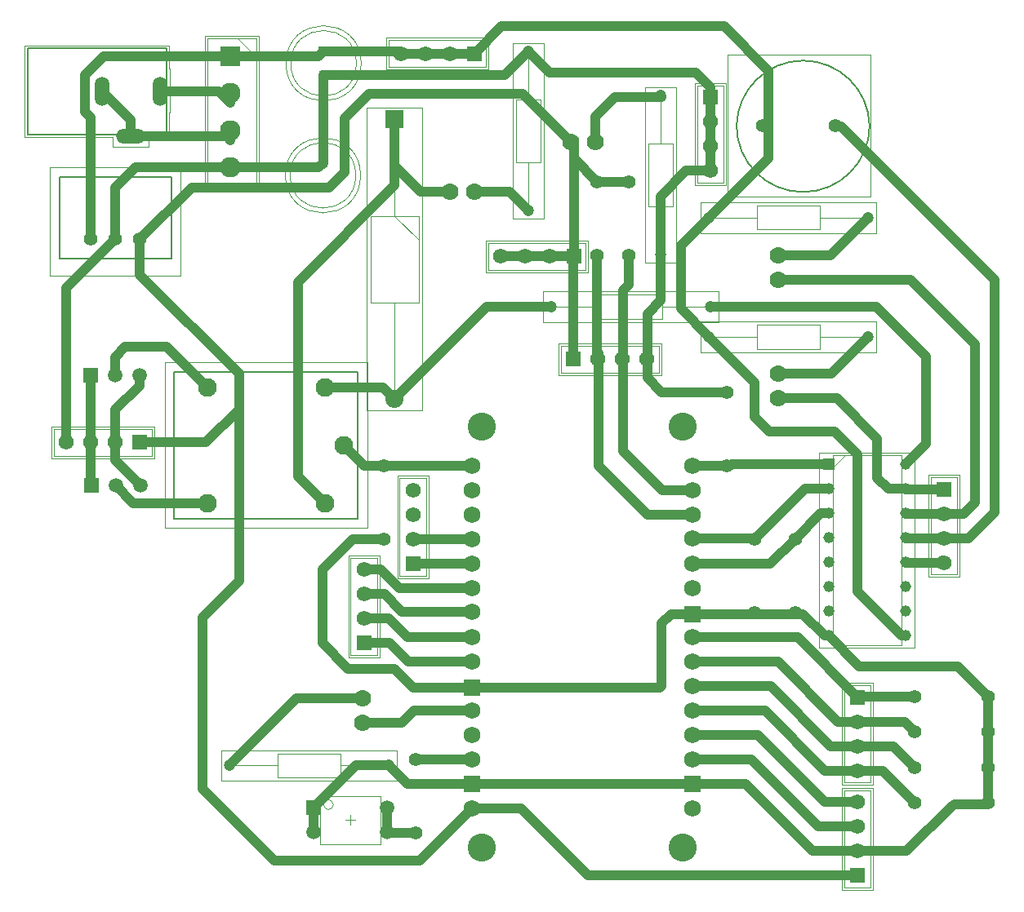
<source format=gbl>
G04*
G04 #@! TF.GenerationSoftware,Altium Limited,Altium Designer,18.0.9 (584)*
G04*
G04 Layer_Physical_Order=2*
G04 Layer_Color=16711680*
%FSLAX44Y44*%
%MOMM*%
G71*
G01*
G75*
%ADD10C,0.2000*%
%ADD11C,0.1000*%
%ADD14C,0.1270*%
%ADD15C,0.4000*%
%ADD18C,0.0001*%
%ADD19C,0.0500*%
%ADD42C,1.0000*%
%ADD43C,1.5000*%
%ADD44R,1.5000X1.5000*%
%ADD45R,1.5750X1.5750*%
%ADD46C,1.5750*%
%ADD47R,1.5750X1.5750*%
%ADD48R,1.1600X1.1600*%
%ADD49C,1.1600*%
%ADD50R,2.1300X2.1300*%
%ADD51C,2.1300*%
%ADD52C,1.8750*%
%ADD53R,1.8750X1.8750*%
%ADD54R,1.1000X1.1000*%
%ADD55C,1.1000*%
%ADD56C,1.2000*%
%ADD57C,1.4170*%
%ADD58C,1.4000*%
%ADD59C,1.9500*%
%ADD60C,1.7780*%
%ADD61O,3.0160X1.5080*%
%ADD62O,1.5080X3.0160*%
%ADD63C,2.9210*%
%ADD64C,1.7526*%
%ADD65R,1.7526X1.7526*%
%ADD66C,0.0000*%
D10*
X994720Y1150620D02*
G03*
X1132620Y1150620I68950J0D01*
G01*
D02*
G03*
X994720Y1150620I-68950J-1530D01*
G01*
X292520Y1012510D02*
Y1097510D01*
X408520D01*
Y1012510D02*
Y1097510D01*
X292520Y1012510D02*
X408520D01*
X601730Y742760D02*
Y894760D01*
X411730D02*
X601730D01*
X411730Y742760D02*
Y894760D01*
Y742760D02*
X601730D01*
D11*
X600500Y1215245D02*
G03*
X600500Y1215245I-34000J0D01*
G01*
X599875Y1098945D02*
G03*
X599875Y1098945I-34000J0D01*
G01*
X576630Y445760D02*
G03*
X576630Y445760I-5000J0D01*
G01*
X388370Y807990D02*
Y835390D01*
X287270Y807990D02*
X388370D01*
X287270D02*
Y835390D01*
X388370D01*
X1106540Y569710D02*
X1133940D01*
Y468610D02*
Y569710D01*
X1106540Y468610D02*
X1133940D01*
X1106540D02*
Y569710D01*
X813050Y894350D02*
Y921750D01*
X914150D01*
Y894350D02*
Y921750D01*
X813050Y894350D02*
X914150D01*
X594630Y600892D02*
X622030D01*
X594630D02*
Y701992D01*
X622030D01*
Y600892D02*
Y701992D01*
X735160Y1211670D02*
Y1239070D01*
X634060Y1211670D02*
X735160D01*
X634060D02*
Y1239070D01*
X735160D01*
X954040Y1192309D02*
X981440D01*
Y1091209D02*
Y1192309D01*
X954040Y1091209D02*
X981440D01*
X954040D02*
Y1192309D01*
X838255Y1001030D02*
Y1028430D01*
X737155Y1001030D02*
X838255D01*
X737155D02*
Y1028430D01*
X838255D01*
X1196184Y785680D02*
X1223584D01*
Y684580D02*
Y785680D01*
X1196184Y684580D02*
X1223584D01*
X1196184D02*
Y785680D01*
X1106440Y359660D02*
X1133840D01*
X1106440D02*
Y460760D01*
X1133840D01*
Y359660D02*
Y460760D01*
X645430Y683510D02*
X672830D01*
X645430D02*
Y784610D01*
X672830D01*
Y683510D02*
Y784610D01*
X1094420Y808380D02*
X1165520D01*
Y611480D02*
Y808380D01*
X1094420Y611480D02*
X1165520D01*
X1094420D02*
Y808380D01*
Y795680D02*
X1107120Y808380D01*
X496680Y1088645D02*
Y1241045D01*
X445880Y1088645D02*
X496680D01*
X445880D02*
Y1241045D01*
X496680D01*
X477430D02*
X496680Y1221795D01*
X640080Y866970D02*
Y966970D01*
Y1056970D02*
Y1156970D01*
Y1056970D02*
X665100Y1031950D01*
X615050Y1056970D02*
X665100D01*
X615050Y966970D02*
Y1056970D01*
Y966970D02*
X665100D01*
Y1056970D01*
X791090Y1112245D02*
Y1177245D01*
X766090Y1112245D02*
X791090D01*
X766090D02*
Y1177245D01*
X791090D01*
X778590D02*
Y1227245D01*
Y1062245D02*
Y1112245D01*
X903250Y1066734D02*
Y1131734D01*
X928250D01*
Y1066734D02*
Y1131734D01*
X903250Y1066734D02*
X928250D01*
X915750Y1016734D02*
Y1066734D01*
Y1131734D02*
Y1181734D01*
X518730Y473910D02*
X583730D01*
X518730D02*
Y498910D01*
X583730D01*
Y473910D02*
Y498910D01*
Y486410D02*
X633730D01*
X468730D02*
X518730D01*
X1016199Y943796D02*
X1081199D01*
Y918796D02*
Y943796D01*
X1016199Y918796D02*
X1081199D01*
X1016199D02*
Y943796D01*
X966199Y931296D02*
X1016199D01*
X1081199D02*
X1131199D01*
X1016199Y1067689D02*
X1081199D01*
Y1042689D02*
Y1067689D01*
X1016199Y1042689D02*
X1081199D01*
X1016199D02*
Y1067689D01*
X966199Y1055189D02*
X1016199D01*
X1081199D02*
X1131199D01*
X852640Y975160D02*
X917640D01*
Y950160D02*
Y975160D01*
X852640Y950160D02*
X917640D01*
X852640D02*
Y975160D01*
X802640Y962660D02*
X852640D01*
X917640D02*
X967640D01*
X562630Y404760D02*
X625630D01*
X562630Y454760D02*
X625630D01*
Y404760D02*
Y454760D01*
X562630Y404760D02*
Y454760D01*
X985380Y1076670D02*
X1133280D01*
Y1224570D01*
X985380D02*
X1133280D01*
X985380Y1076670D02*
Y1224570D01*
X282520Y994510D02*
Y1107510D01*
X418520D01*
Y994510D02*
Y1107510D01*
X282520Y994510D02*
X418520D01*
X611730Y732760D02*
Y904760D01*
X401730D02*
X611730D01*
X401730Y732760D02*
Y904760D01*
Y732760D02*
X611730D01*
X594130Y424760D02*
Y434760D01*
X589130Y429760D02*
X599130D01*
D14*
X259550Y1141180D02*
Y1231180D01*
X403550Y1141180D02*
Y1231180D01*
X259550D02*
X403550D01*
X259550Y1141180D02*
X403550D01*
X259550D02*
Y1231180D01*
X403550Y1141180D02*
Y1231180D01*
X259550D02*
X403550D01*
X259550Y1141180D02*
X403550D01*
X259550D02*
Y1231180D01*
X403550D01*
X385050Y1141180D02*
X403550D01*
Y1201680D02*
Y1231180D01*
X259550Y1141180D02*
X349050D01*
X403550D02*
Y1171680D01*
D15*
X414550Y1186180D02*
G03*
X414550Y1186180I-2000J0D01*
G01*
D18*
X358550Y1144180D02*
X374550D01*
X358550Y1134180D02*
Y1144180D01*
Y1134180D02*
X374550D01*
Y1144180D01*
X331550Y1178180D02*
Y1194180D01*
Y1178180D02*
X341550D01*
Y1194180D01*
X331550D02*
X341550D01*
X391550Y1178180D02*
Y1194180D01*
Y1178180D02*
X401550D01*
Y1194180D01*
X391550D02*
X401550D01*
D19*
X605500Y1215245D02*
G03*
X605500Y1215245I-39000J0D01*
G01*
X604875Y1098945D02*
G03*
X604875Y1098945I-39000J0D01*
G01*
X390870Y805490D02*
Y837890D01*
X284770Y805490D02*
X390870D01*
X284770D02*
Y837890D01*
X390870D01*
X1104040Y572210D02*
X1136440D01*
Y466110D02*
Y572210D01*
X1104040Y466110D02*
X1136440D01*
X1104040D02*
Y572210D01*
X810550Y891850D02*
Y924250D01*
X916650D01*
Y891850D02*
Y924250D01*
X810550Y891850D02*
X916650D01*
X592130Y598392D02*
X624530D01*
X592130D02*
Y704492D01*
X624530D01*
Y598392D02*
Y704492D01*
X737660Y1209170D02*
Y1241570D01*
X631560Y1209170D02*
X737660D01*
X631560D02*
Y1241570D01*
X737660D01*
X951540Y1194809D02*
X983940D01*
Y1088709D02*
Y1194809D01*
X951540Y1088709D02*
X983940D01*
X951540D02*
Y1194809D01*
X840755Y998530D02*
Y1030930D01*
X734655Y998530D02*
X840755D01*
X734655D02*
Y1030930D01*
X840755D01*
X1193684Y788180D02*
X1226084D01*
Y682080D02*
Y788180D01*
X1193684Y682080D02*
X1226084D01*
X1193684D02*
Y788180D01*
X1103940Y357160D02*
X1136340D01*
X1103940D02*
Y463260D01*
X1136340D01*
Y357160D02*
Y463260D01*
X642930Y681010D02*
X675330D01*
X642930D02*
Y787110D01*
X675330D01*
Y681010D02*
Y787110D01*
X1080370Y810880D02*
X1179570D01*
Y608980D02*
Y810880D01*
X1080370Y608980D02*
X1179570D01*
X1080370D02*
Y810880D01*
X499180Y1086145D02*
Y1243545D01*
X443380Y1086145D02*
X499180D01*
X443380D02*
Y1243545D01*
X499180D01*
X611550Y1168850D02*
X668600D01*
X611550Y855100D02*
Y1168850D01*
Y855100D02*
X668600D01*
Y1168850D01*
X794590Y1053745D02*
Y1235745D01*
X762590Y1053745D02*
X794590D01*
X762590D02*
Y1235745D01*
X794590D01*
X899750Y1008234D02*
Y1190234D01*
X931750D01*
Y1008234D02*
Y1190234D01*
X899750Y1008234D02*
X931750D01*
X460230Y470410D02*
X642230D01*
X460230D02*
Y502410D01*
X642230D01*
Y470410D02*
Y502410D01*
X957699Y947296D02*
X1139699D01*
Y915296D02*
Y947296D01*
X957699Y915296D02*
X1139699D01*
X957699D02*
Y947296D01*
Y1071189D02*
X1139699D01*
Y1039189D02*
Y1071189D01*
X957699Y1039189D02*
X1139699D01*
X957699D02*
Y1071189D01*
X794140Y978660D02*
X976140D01*
Y946660D02*
Y978660D01*
X794140Y946660D02*
X976140D01*
X794140D02*
Y978660D01*
X406050Y1209680D02*
X407050D01*
Y1163680D02*
Y1209680D01*
X406050Y1163680D02*
X407050D01*
X406050Y1138680D02*
Y1163680D01*
Y1209680D02*
Y1233680D01*
X256550D02*
X406050D01*
X256550Y1138680D02*
Y1233680D01*
Y1138680D02*
X348050D01*
Y1128180D02*
Y1138680D01*
Y1128180D02*
X385050D01*
Y1138680D01*
X406050D01*
D42*
X719720Y772160D02*
X720170Y771710D01*
X719720Y746760D02*
X720170Y746310D01*
X771340Y441510D02*
X840740Y372110D01*
X720170Y441510D02*
X771340D01*
X948770Y643440D02*
X1063440D01*
X902005Y888695D02*
Y955345D01*
X1220470Y445770D02*
X1253755D01*
X1170940Y397510D02*
X1217930Y444500D01*
X1253755Y445770D02*
X1255630Y447645D01*
X1224485Y589280D02*
X1255630Y558135D01*
X1122020Y589280D02*
X1224485D01*
X1090270Y621030D02*
X1122020Y589280D01*
X591820Y586740D02*
X640080D01*
X565150Y613410D02*
X591820Y586740D01*
X565150Y613410D02*
Y689610D01*
X596900Y721360D01*
X628650D01*
X915220Y567240D02*
X916940Y568960D01*
X720170Y567240D02*
X915220D01*
X916940Y568960D02*
Y633730D01*
X948770Y466910D02*
X1003750D01*
X720170D02*
X948770D01*
X825805Y1116725D02*
X850330Y1092200D01*
X825805Y1116725D02*
Y1130995D01*
Y1014730D02*
Y1116725D01*
X823040Y1133760D02*
X825805Y1130995D01*
X825500Y1014425D02*
X825805Y1014730D01*
X825500Y908050D02*
Y1014425D01*
X1255630Y521305D02*
Y558135D01*
Y484475D02*
Y521305D01*
Y447645D02*
Y484475D01*
X1120140Y397510D02*
X1170940D01*
X1003750Y466910D02*
X1073150Y397510D01*
X1120140D01*
X1079500Y422910D02*
X1120140D01*
Y448310D02*
X1122680D01*
X1085850D02*
X1120140D01*
X1016450Y517710D02*
X1085850Y448310D01*
X948770Y517710D02*
X1016450D01*
X840740Y372110D02*
X1120140D01*
X478790Y855980D02*
Y892810D01*
Y678180D02*
Y855980D01*
X444500Y821690D02*
X478790Y855980D01*
X375920Y821690D02*
X444500D01*
X375920Y995680D02*
X478790Y892810D01*
X375920Y995680D02*
Y1032510D01*
X440690Y640080D02*
X478790Y678180D01*
X440690Y462280D02*
Y640080D01*
Y462280D02*
X515620Y387350D01*
X666010D01*
X720170Y441510D01*
X640080Y1108710D02*
Y1156970D01*
Y1088390D02*
Y1108710D01*
X539750Y988060D02*
X640080Y1088390D01*
X539750Y786740D02*
Y988060D01*
Y786740D02*
X567730Y758760D01*
X628290Y878760D02*
X640080Y866970D01*
X567730Y878760D02*
X628290D01*
X640080Y866970D02*
X735770Y962660D01*
X802640D01*
X565875Y1086445D02*
X572095D01*
X588010Y1102360D01*
Y1158240D01*
X613410Y1183640D01*
X773160D01*
X823040Y1133760D01*
X666750Y1082040D02*
X697230D01*
X640080Y1108710D02*
X666750Y1082040D01*
X722630Y1081590D02*
X759245D01*
X936989Y960506D02*
Y1025979D01*
X966199Y1055189D01*
X1027549Y1116539D01*
Y1149350D01*
X966199Y931296D02*
X1013460Y884035D01*
X936989Y960506D02*
X966199Y931296D01*
X754090Y1202745D02*
X778590Y1227245D01*
X566500Y1202745D02*
X754090D01*
X659950Y543110D02*
X720170D01*
X719720Y695960D02*
X720170Y695510D01*
X659130Y695960D02*
X719720D01*
Y721360D02*
X720170Y720910D01*
X659130Y721360D02*
X719720D01*
X644856Y670110D02*
X720170D01*
X625424Y689542D02*
X644856Y670110D01*
X659130Y772160D02*
X659580Y771710D01*
X608330Y689542D02*
X625424D01*
X629611Y664142D02*
X647773Y645980D01*
X608330Y664142D02*
X629611D01*
X647773Y645980D02*
X720170D01*
X653230Y619310D02*
X720170D01*
X633798Y638742D02*
X653230Y619310D01*
X608330Y638742D02*
X633798D01*
X608330Y613342D02*
X634691D01*
X654123Y593910D01*
X720170D01*
X1169670Y798830D02*
X1191260Y820420D01*
Y910590D01*
X1139190Y962660D02*
X1191260Y910590D01*
X967640Y962660D02*
X1139190D01*
X1209884Y722430D02*
X1235510D01*
X1262380Y749300D01*
Y990419D01*
X1103449Y1149350D02*
X1262380Y990419D01*
X1037714Y990400D02*
X1174950D01*
X1242060Y923290D01*
Y759460D02*
Y923290D01*
X1230430Y747830D02*
X1242060Y759460D01*
X1209884Y747830D02*
X1230430D01*
X1140220Y785100D02*
Y825740D01*
X1098550Y867410D02*
X1140220Y825740D01*
X1037714Y867410D02*
X1098550D01*
X1120140Y666750D02*
Y808990D01*
X1096010Y833120D02*
X1120140Y808990D01*
X1028700Y833120D02*
X1096010D01*
X1013460Y848360D02*
X1028700Y833120D01*
X1013460Y848360D02*
Y884035D01*
X1091810Y1015800D02*
X1131199Y1055189D01*
X1037714Y1015800D02*
X1091810D01*
X1092713Y892810D02*
X1131199Y931296D01*
X1037714Y892810D02*
X1092713D01*
X1120140Y666750D02*
X1165860Y621030D01*
X1027549Y1149350D02*
Y1207651D01*
X981710Y1253490D02*
X1027549Y1207651D01*
X750830Y1253490D02*
X981710D01*
X722710Y1225370D02*
X750830Y1253490D01*
X952500Y1205230D02*
X967740Y1189990D01*
X800605Y1205230D02*
X952500D01*
X778590Y1227245D02*
X800605Y1205230D01*
X942369Y1103659D02*
X967740D01*
X915750Y1077040D02*
X942369Y1103659D01*
X915750Y1016734D02*
Y1077040D01*
X967740Y1103659D02*
Y1129059D01*
Y1154459D01*
Y1179859D01*
Y1189990D01*
X1085850Y621030D02*
X1090270D01*
X1169670Y697230D02*
X1169870Y697030D01*
X1209884D01*
X1169670Y722630D02*
X1169870Y722430D01*
X1209884D01*
X1169670Y748030D02*
X1169870Y747830D01*
X1209884D01*
X1169670Y773430D02*
X1169870Y773230D01*
X1209884D01*
X1151890Y773430D02*
X1169670D01*
X1140220Y785100D02*
X1151890Y773430D01*
X1165860Y621030D02*
X1169670D01*
X988060Y797560D02*
X989330Y798830D01*
X1090270D01*
X1013460Y721360D02*
X1065530Y773430D01*
X1090270D01*
X1055370Y721360D02*
X1082040Y748030D01*
X1090270D01*
X948770Y695510D02*
X1029520D01*
X1055370Y721360D01*
X1063440Y643440D02*
X1085850Y621030D01*
X1012640Y722180D02*
X1013460Y721360D01*
X948770Y722180D02*
X1012640D01*
X916940Y633730D02*
X926650Y643440D01*
X948770D01*
X902005Y888695D02*
X916940Y873760D01*
X984250D01*
X948770Y797110D02*
X949220Y797560D01*
X988060D01*
X749605Y1014730D02*
X775005D01*
X800405D01*
X825805D01*
X902150Y746310D02*
X948770D01*
X851205Y797255D02*
X902150Y746310D01*
X851205Y797255D02*
Y914400D01*
X917390Y771710D02*
X948770D01*
X876605Y812495D02*
X917390Y771710D01*
X876605Y812495D02*
Y914400D01*
X882650Y985520D02*
Y1016000D01*
X876605Y979475D02*
X882650Y985520D01*
X915750Y969090D02*
Y1016734D01*
X902005Y955345D02*
X915750Y969090D01*
X876605Y914400D02*
Y979475D01*
X850330Y915275D02*
X851205Y914400D01*
X850330Y915275D02*
Y1016000D01*
X565875Y1111445D02*
X566500Y1112070D01*
X561525Y1107095D02*
X565875Y1111445D01*
X868335Y1179830D02*
X916940D01*
X850330Y1092200D02*
X882650D01*
X640080Y586740D02*
X659580Y567240D01*
X720170D01*
X1207809Y699105D02*
X1209884Y697030D01*
X1207809Y775305D02*
X1209884Y773230D01*
X1010100Y492310D02*
X1079500Y422910D01*
X948770Y492310D02*
X1010100D01*
X1146015Y481060D02*
X1179430Y447645D01*
X1120240Y481060D02*
X1146015D01*
X1157445Y506460D02*
X1179430Y484475D01*
X1120240Y506460D02*
X1157445D01*
X1168875Y531860D02*
X1179430Y521305D01*
X1120240Y531860D02*
X1168875D01*
X1086120Y481060D02*
X1120240D01*
X1024070Y543110D02*
X1086120Y481060D01*
X948770Y543110D02*
X1024070D01*
X1092470Y506460D02*
X1120240D01*
X1030420Y568510D02*
X1092470Y506460D01*
X948770Y568510D02*
X1030420D01*
X1100090Y531860D02*
X1120240D01*
X1038040Y593910D02*
X1100090Y531860D01*
X948770Y593910D02*
X1038040D01*
X1058190Y619310D02*
X1120240Y557260D01*
X948770Y619310D02*
X1058190D01*
X1120240Y557260D02*
X1121115Y558135D01*
X1179430D01*
X556030Y442460D02*
X599980Y486410D01*
X633730D01*
X556030Y417060D02*
Y442460D01*
X632460Y416830D02*
Y441960D01*
Y416830D02*
X632730Y416560D01*
X632230Y417060D02*
X632460Y416830D01*
X632730Y416560D02*
X661670D01*
X633730Y486410D02*
X653230Y466910D01*
X720170D01*
X661670Y492760D02*
X662120Y492310D01*
X720170D01*
X468730Y486410D02*
X538580Y556260D01*
X607315D01*
Y530860D02*
X647700D01*
X659950Y543110D01*
X719282Y593022D02*
X720170Y593910D01*
X718012Y643822D02*
X720170Y645980D01*
X719282Y669222D02*
X720170Y670110D01*
X848440Y1133760D02*
Y1159935D01*
X868335Y1179830D01*
X325120Y1032510D02*
Y1159155D01*
X319010Y1165265D02*
X325120Y1159155D01*
X319010Y1165265D02*
Y1202930D01*
X338675Y1222595D01*
X469980D01*
X350520Y1032510D02*
Y1085850D01*
X371765Y1107095D01*
X469980D01*
X429855Y1086445D02*
X565875D01*
X375920Y1032510D02*
X429855Y1086445D01*
X671910Y1225370D02*
X673180Y1224100D01*
X469980Y1107095D02*
X561525D01*
X566500Y1112070D02*
Y1202745D01*
X759245Y1081590D02*
X778590Y1062245D01*
X697310Y1225370D02*
X722710D01*
X671910D02*
X697310D01*
X646510D02*
X671910D01*
X644135Y1227745D02*
X646510Y1225370D01*
X566500Y1227745D02*
X644135D01*
X561350Y1222595D02*
X566500Y1227745D01*
X469980Y1222595D02*
X561350D01*
X458030Y1186180D02*
X469980Y1174230D01*
X396550Y1186180D02*
X458030D01*
X466530Y1139180D02*
X469980Y1135730D01*
X366550Y1139180D02*
X466530D01*
X366550D02*
Y1156180D01*
X336550Y1186180D02*
X366550Y1156180D01*
X299720Y981710D02*
X350520Y1032510D01*
X299720Y821690D02*
Y981710D01*
X350520Y821690D02*
Y855980D01*
X375420Y880880D01*
Y891560D01*
X369375Y758760D02*
X445730D01*
X350895Y777240D02*
X369375Y758760D01*
X350520Y803015D02*
X376295Y777240D01*
X350520Y803015D02*
Y821690D01*
X324620Y819150D02*
Y891560D01*
X325120Y777615D02*
X325495Y777240D01*
X325120Y777615D02*
Y821690D01*
X350020Y891560D02*
Y910090D01*
X360680Y920750D01*
X403740D01*
X445730Y878760D01*
X587730Y818760D02*
X608930Y797560D01*
X647700D01*
X648150Y797110D01*
X720170D01*
D43*
X375420Y891560D02*
D03*
X350020D02*
D03*
X350895Y777240D02*
D03*
X376295D02*
D03*
X632230Y417060D02*
D03*
Y442460D02*
D03*
X556030Y417060D02*
D03*
D44*
X324620Y891560D02*
D03*
X325495Y777240D02*
D03*
X556030Y442460D02*
D03*
D45*
X375920Y821690D02*
D03*
X825500Y908050D02*
D03*
X722710Y1225370D02*
D03*
X825805Y1014730D02*
D03*
D46*
X350520Y821690D02*
D03*
X325120D02*
D03*
X299720D02*
D03*
X1120240Y531860D02*
D03*
Y506460D02*
D03*
Y481060D02*
D03*
X850900Y908050D02*
D03*
X876300D02*
D03*
X901700D02*
D03*
X608330Y638742D02*
D03*
Y664142D02*
D03*
Y689542D02*
D03*
X697310Y1225370D02*
D03*
X671910D02*
D03*
X646510D02*
D03*
X967740Y1154459D02*
D03*
Y1129059D02*
D03*
Y1103659D02*
D03*
X800405Y1014730D02*
D03*
X775005D02*
D03*
X749605D02*
D03*
X1209884Y747830D02*
D03*
Y722430D02*
D03*
Y697030D02*
D03*
X1120140Y397510D02*
D03*
Y422910D02*
D03*
Y448310D02*
D03*
X659130Y721360D02*
D03*
Y746760D02*
D03*
Y772160D02*
D03*
D47*
X1120240Y557260D02*
D03*
X608330Y613342D02*
D03*
X967740Y1179859D02*
D03*
X1209884Y773230D02*
D03*
X1120140Y372110D02*
D03*
X659130Y695960D02*
D03*
D48*
X1090270Y798830D02*
D03*
D49*
Y773430D02*
D03*
Y748030D02*
D03*
Y722630D02*
D03*
Y697230D02*
D03*
Y671830D02*
D03*
Y646430D02*
D03*
Y621030D02*
D03*
X1169670D02*
D03*
Y646430D02*
D03*
Y671830D02*
D03*
Y697230D02*
D03*
Y722630D02*
D03*
Y748030D02*
D03*
Y773430D02*
D03*
Y798830D02*
D03*
D50*
X469980Y1222595D02*
D03*
D51*
Y1184095D02*
D03*
Y1145595D02*
D03*
Y1107095D02*
D03*
D52*
X640080Y866970D02*
D03*
D53*
Y1156970D02*
D03*
D54*
X566500Y1227745D02*
D03*
X565875Y1086445D02*
D03*
D55*
X566500Y1202745D02*
D03*
X565875Y1111445D02*
D03*
D56*
X778590Y1227245D02*
D03*
Y1062245D02*
D03*
X915750Y1016734D02*
D03*
Y1181734D02*
D03*
X633730Y486410D02*
D03*
X468730D02*
D03*
X966199Y931296D02*
D03*
X1131199D02*
D03*
X966199Y1055189D02*
D03*
X1131199D02*
D03*
X802640Y962660D02*
D03*
X967640D02*
D03*
D57*
X1021380Y1150620D02*
D03*
X1097280D02*
D03*
D58*
X375920Y1032510D02*
D03*
X350520D02*
D03*
X325120D02*
D03*
X1179430Y558135D02*
D03*
X1255630D02*
D03*
X850330Y1016000D02*
D03*
Y1092200D02*
D03*
X1179430Y447645D02*
D03*
X1255630D02*
D03*
X1013460Y645160D02*
D03*
Y721360D02*
D03*
X628650Y797560D02*
D03*
Y721360D02*
D03*
X661670Y492760D02*
D03*
Y416560D02*
D03*
X1055370Y645160D02*
D03*
Y721360D02*
D03*
X1179430Y521305D02*
D03*
X1255630D02*
D03*
X1179430Y484475D02*
D03*
X1255630D02*
D03*
X882650Y1016000D02*
D03*
Y1092200D02*
D03*
X984250Y873760D02*
D03*
Y797560D02*
D03*
D59*
X587730Y818760D02*
D03*
X567730Y758760D02*
D03*
X445730D02*
D03*
Y878760D02*
D03*
X567730D02*
D03*
D60*
X697230Y1082040D02*
D03*
X722630D02*
D03*
X823040Y1133760D02*
D03*
X848440D02*
D03*
X607315Y530860D02*
D03*
Y556260D02*
D03*
X1037714Y1015800D02*
D03*
Y990400D02*
D03*
Y892810D02*
D03*
Y867410D02*
D03*
D61*
X366550Y1139180D02*
D03*
D62*
X336550Y1186180D02*
D03*
X396550D02*
D03*
D63*
X938610Y837750D02*
D03*
X730330D02*
D03*
X938610Y400870D02*
D03*
X730330D02*
D03*
D64*
X720170Y441510D02*
D03*
Y543110D02*
D03*
Y517710D02*
D03*
Y492310D02*
D03*
Y593910D02*
D03*
Y619310D02*
D03*
Y645980D02*
D03*
Y797110D02*
D03*
Y771710D02*
D03*
Y746310D02*
D03*
Y720910D02*
D03*
Y695510D02*
D03*
Y670110D02*
D03*
X948770Y441510D02*
D03*
Y543110D02*
D03*
Y517710D02*
D03*
Y492310D02*
D03*
Y568510D02*
D03*
Y593910D02*
D03*
Y619310D02*
D03*
Y797110D02*
D03*
Y771710D02*
D03*
Y746310D02*
D03*
Y722180D02*
D03*
Y695510D02*
D03*
Y670110D02*
D03*
D65*
X720170Y466910D02*
D03*
Y567240D02*
D03*
X948770Y466910D02*
D03*
Y643440D02*
D03*
D66*
X1169059Y773230D02*
X1169870D01*
M02*

</source>
